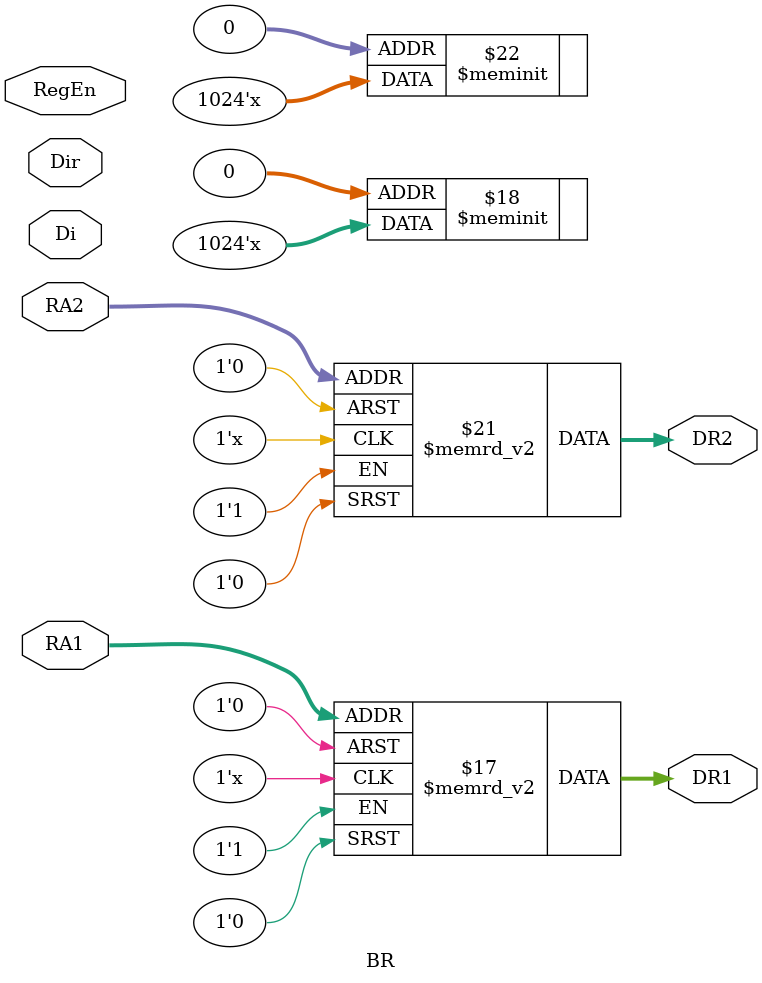
<source format=v>
module BR (
    input wire [4:0] RA1,
    input wire [4:0] RA2,
    input wire [31:0] Di,
    input wire [4:0] Dir,
    input wire RegEn,
    output reg [31:0] DR1,
    output reg [31:0] DR2
);


// Declaración de los registros
reg [32-1:0] registros[32-1:0];

// Proceso para la lectura y escritura de los registros
always @(*) begin
    if (RegEn) begin
        registros[Dir] <= Di;
    end
    DR1 <= registros[RA1];
    DR2 <= registros[RA2];
end

endmodule

</source>
